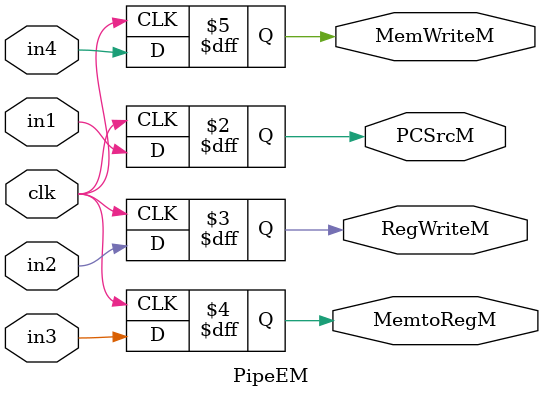
<source format=sv>
module PipeEM (input logic clk,
					input logic in1,in2,in3,in4,
					output logic PCSrcM,RegWriteM,MemtoRegM,MemWriteM);
					
always_ff @(negedge clk)
	begin
		PCSrcM = in1;
		RegWriteM = in2;
		MemtoRegM = in3;
		MemWriteM = in4;
	end
	
endmodule

</source>
